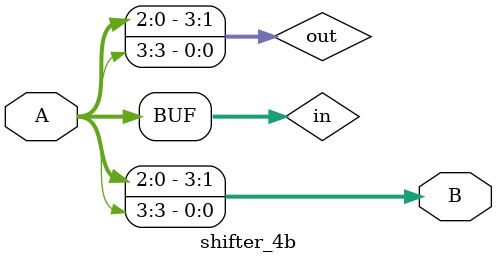
<source format=v>


module shifter_4b(
	A,
	B
);


input wire	[3:0] A;
output wire	[3:0] B;

wire	[3:0] in;
wire	[3:0] out;




assign	out[3:1] = in[2:0];


assign	out[0] = in[3];


assign	B = out;
assign	in = A;

endmodule

</source>
